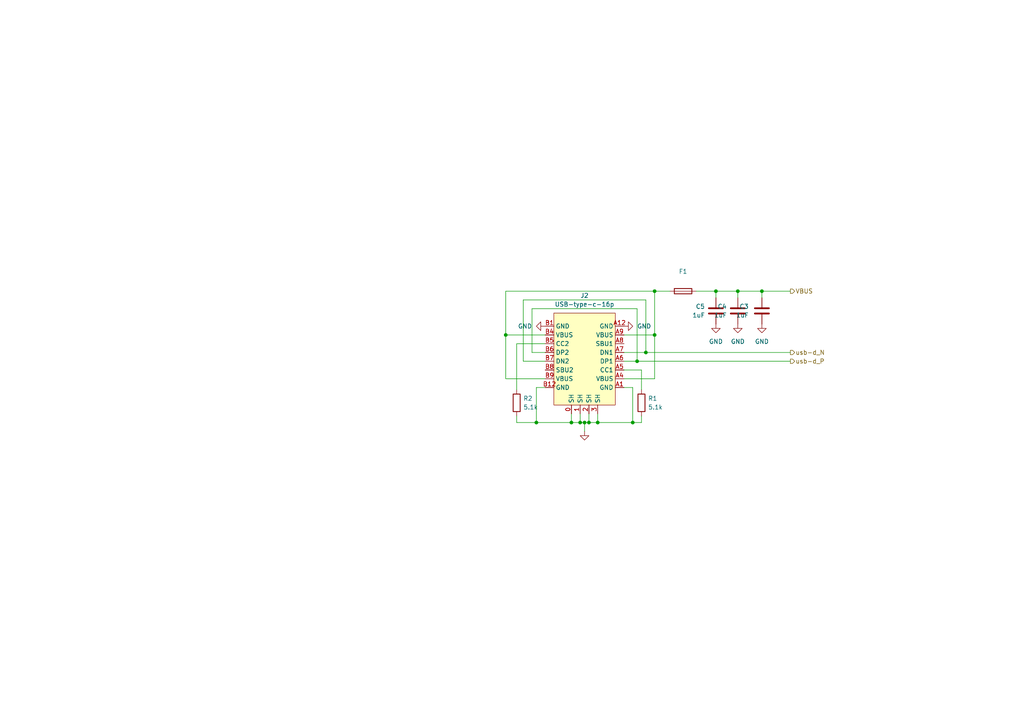
<source format=kicad_sch>
(kicad_sch (version 20230121) (generator eeschema)
  (paper "A4")
  (lib_symbols
    (symbol "Device:C" (pin_numbers hide) (pin_names (offset 0.254))
      (property "Reference" "C" (at 0.635 2.54 0))
      (property "Value" "C" (at 0.635 -2.54 0))
      (symbol "C_0_1"
        (polyline (pts (xy -2.032 -0.762) (xy 2.032 -0.762)) (stroke (width 0.508)))
        (polyline (pts (xy -2.032 0.762) (xy 2.032 0.762)) (stroke (width 0.508)))
      )
      (symbol "C_1_1"
        (pin passive line (at 0 3.81 270) (length 2.794) (name "~") (number "1"))
        (pin passive line (at 0 -3.81 90) (length 2.794) (name "~") (number "2"))
      )
    )
    (symbol "Device:Fuse" (pin_numbers hide) (pin_names (offset 0))
      (property "Reference" "F" (at 2.032 0 90))
      (property "Value" "Fuse" (at -1.905 0 90))
      (symbol "Fuse_0_1"
        (rectangle (start -0.762 -2.54) (end 0.762 2.54) (stroke (width 0.254)))
        (polyline (pts (xy 0 2.54) (xy 0 -2.54)))
      )
      (symbol "Fuse_1_1"
        (pin passive line (at 0 3.81 270) (length 1.27) (name "~") (number "1"))
        (pin passive line (at 0 -3.81 90) (length 1.27) (name "~") (number "2"))
      )
    )
    (symbol "Device:R" (pin_numbers hide) (pin_names (offset 0))
      (property "Reference" "R" (at 2.032 0 90))
      (property "Value" "R" (at 0 0 90))
      (symbol "R_0_1"
        (rectangle (start -1.016 -2.54) (end 1.016 2.54) (stroke (width 0.254)))
      )
      (symbol "R_1_1"
        (pin passive line (at 0 3.81 270) (length 1.27) (name "~") (number "1"))
        (pin passive line (at 0 -3.81 90) (length 1.27) (name "~") (number "2"))
      )
    )
    (symbol "Fan_socket_connector:USB-type-c-16p"
      (property "Reference" "J" (at -7.62 12.7 0))
      (property "Value" "USB-type-c-16p" (at 0 15.24 0))
      (symbol "USB-type-c-16p_0_0"
        (pin power_in line (at 11.43 -10.16 180) (length 2.54) (name "GND") (number "A1"))
        (pin power_in line (at 11.43 7.62 180) (length 2.54) (name "GND") (number "A12"))
        (pin power_in line (at 11.43 -7.62 180) (length 2.54) (name "VBUS") (number "A4"))
        (pin bidirectional line (at 11.43 -5.08 180) (length 2.54) (name "CC1") (number "A5"))
        (pin bidirectional line (at 11.43 -2.54 180) (length 2.54) (name "DP1") (number "A6"))
        (pin bidirectional line (at 11.43 0 180) (length 2.54) (name "DN1") (number "A7"))
        (pin bidirectional line (at 11.43 2.54 180) (length 2.54) (name "SBU1") (number "A8"))
        (pin power_in line (at 11.43 5.08 180) (length 2.54) (name "VBUS") (number "A9"))
        (pin power_in line (at -11.43 7.62 0) (length 2.54) (name "GND") (number "B1"))
        (pin power_in line (at -11.43 -10.16 0) (length 2.54) (name "GND") (number "B12"))
        (pin power_in line (at -11.43 5.08 0) (length 2.54) (name "VBUS") (number "B4"))
        (pin bidirectional line (at -11.43 2.54 0) (length 2.54) (name "CC2") (number "B5"))
        (pin bidirectional line (at -11.43 0 0) (length 2.54) (name "DP2") (number "B6"))
        (pin bidirectional line (at -11.43 -2.54 0) (length 2.54) (name "DN2") (number "B7"))
        (pin bidirectional line (at -11.43 -5.08 0) (length 2.54) (name "SBU2") (number "B8"))
        (pin power_in line (at -11.43 -7.62 0) (length 2.54) (name "VBUS") (number "B9"))
      )
      (symbol "USB-type-c-16p_1_1"
        (rectangle (start -8.89 11.43) (end 8.89 -15.24) (fill (type background)))
        (pin input line (at -3.81 -17.78 90) (length 2.54) (name "SH") (number "0"))
        (pin input line (at -1.27 -17.78 90) (length 2.54) (name "SH") (number "1"))
        (pin input line (at 1.27 -17.78 90) (length 2.54) (name "SH") (number "2"))
        (pin input line (at 3.81 -17.78 90) (length 2.54) (name "SH") (number "3"))
      )
    )
    (symbol "power:GND" (power) (pin_names (offset 0))
      (property "Value" "GND" (at 0 -3.81 0))
      (symbol "GND_0_1"
        (polyline (pts (xy 0 0) (xy 0 -1.27) (xy 1.27 -1.27) (xy 0 -2.54) (xy -1.27 -1.27) (xy 0 -1.27)))
      )
      (symbol "GND_1_1"
        (pin power_in line (at 0 0 270) (length 0) hide (name "GND") (number "1"))
      )
    )
  )
  (junction (at 220.98 84.455))
  (junction (at 183.515 122.555))
  (junction (at 146.685 97.155))
  (junction (at 213.995 84.455))
  (junction (at 170.815 122.555))
  (junction (at 173.355 122.555))
  (junction (at 189.865 84.455))
  (junction (at 165.735 122.555))
  (junction (at 168.275 122.555))
  (junction (at 207.645 84.455))
  (junction (at 187.325 102.235))
  (junction (at 169.545 122.555))
  (junction (at 184.785 104.775))
  (junction (at 189.865 97.155))
  (junction (at 155.575 122.555))
  (wire (pts (xy 213.995 84.455) (xy 207.645 84.455)))
  (wire (pts (xy 186.055 120.65) (xy 186.055 122.555)))
  (wire (pts (xy 165.735 122.555) (xy 168.275 122.555)))
  (wire (pts (xy 149.86 122.555) (xy 155.575 122.555)))
  (wire (pts (xy 149.86 99.695) (xy 149.86 113.03)))
  (wire (pts (xy 184.785 104.775) (xy 180.975 104.775)))
  (wire (pts (xy 180.975 97.155) (xy 189.865 97.155)))
  (wire (pts (xy 165.735 120.015) (xy 165.735 122.555)))
  (wire (pts (xy 220.98 84.455) (xy 229.235 84.455)))
  (wire (pts (xy 187.325 102.235) (xy 229.235 102.235)))
  (wire (pts (xy 170.815 122.555) (xy 173.355 122.555)))
  (wire (pts (xy 168.275 122.555) (xy 169.545 122.555)))
  (wire (pts (xy 158.115 112.395) (xy 155.575 112.395)))
  (wire (pts (xy 189.865 97.155) (xy 189.865 109.855)))
  (wire (pts (xy 189.865 84.455) (xy 189.865 97.155)))
  (wire (pts (xy 158.115 99.695) (xy 149.86 99.695)))
  (wire (pts (xy 151.765 86.995) (xy 187.325 86.995)))
  (wire (pts (xy 201.93 84.455) (xy 207.645 84.455)))
  (wire (pts (xy 146.685 84.455) (xy 189.865 84.455)))
  (wire (pts (xy 154.305 89.535) (xy 184.785 89.535)))
  (wire (pts (xy 155.575 112.395) (xy 155.575 122.555)))
  (wire (pts (xy 183.515 112.395) (xy 183.515 122.555)))
  (wire (pts (xy 189.865 84.455) (xy 194.31 84.455)))
  (wire (pts (xy 158.115 97.155) (xy 146.685 97.155)))
  (wire (pts (xy 187.325 86.995) (xy 187.325 102.235)))
  (wire (pts (xy 170.815 120.015) (xy 170.815 122.555)))
  (wire (pts (xy 146.685 84.455) (xy 146.685 97.155)))
  (wire (pts (xy 180.975 107.315) (xy 186.055 107.315)))
  (wire (pts (xy 184.785 104.775) (xy 229.235 104.775)))
  (wire (pts (xy 146.685 97.155) (xy 146.685 109.855)))
  (wire (pts (xy 151.765 104.775) (xy 151.765 86.995)))
  (wire (pts (xy 154.305 102.235) (xy 154.305 89.535)))
  (wire (pts (xy 149.86 120.65) (xy 149.86 122.555)))
  (wire (pts (xy 183.515 122.555) (xy 173.355 122.555)))
  (wire (pts (xy 186.055 107.315) (xy 186.055 113.03)))
  (wire (pts (xy 180.975 109.855) (xy 189.865 109.855)))
  (wire (pts (xy 184.785 89.535) (xy 184.785 104.775)))
  (wire (pts (xy 155.575 122.555) (xy 165.735 122.555)))
  (wire (pts (xy 220.98 84.455) (xy 220.98 86.36)))
  (wire (pts (xy 158.115 104.775) (xy 151.765 104.775)))
  (wire (pts (xy 168.275 120.015) (xy 168.275 122.555)))
  (wire (pts (xy 173.355 122.555) (xy 173.355 120.015)))
  (wire (pts (xy 187.325 102.235) (xy 180.975 102.235)))
  (wire (pts (xy 169.545 122.555) (xy 169.545 125.095)))
  (wire (pts (xy 207.645 84.455) (xy 207.645 86.36)))
  (wire (pts (xy 183.515 122.555) (xy 186.055 122.555)))
  (wire (pts (xy 158.115 109.855) (xy 146.685 109.855)))
  (wire (pts (xy 180.975 112.395) (xy 183.515 112.395)))
  (wire (pts (xy 158.115 102.235) (xy 154.305 102.235)))
  (wire (pts (xy 213.995 84.455) (xy 213.995 86.36)))
  (wire (pts (xy 213.995 84.455) (xy 220.98 84.455)))
  (wire (pts (xy 169.545 122.555) (xy 170.815 122.555)))
  (hierarchical_label "VBUS" (shape output) (at 229.235 84.455 0))
  (hierarchical_label "usb-d_N" (shape output) (at 229.235 102.235 0))
  (hierarchical_label "usb-d_P" (shape output) (at 229.235 104.775 0))
  (symbol (lib_id "Device:C") (at 213.995 90.17 0) (mirror y) (unit 1)
    (property "Reference" "C4" (at 210.82 88.9 0) (effects (justify left)))
    (property "Value" "1uF" (at 210.82 91.44 0) (effects (justify left)))
    (property "Footprint" "Capacitor_SMD:C_0402_1005Metric" (effects hide))
  )
  (symbol (lib_id "Device:R") (at 186.055 116.84 0) (unit 1)
    (property "Reference" "R1" (at 187.96 115.57 0) (effects (justify left)))
    (property "Value" "5.1k" (at 187.96 118.11 0) (effects (justify left)))
    (property "Footprint" "Resistor_SMD:R_0402_1005Metric" (effects hide))
  )
  (symbol (lib_id "power:GND") (at 213.995 93.98 0) (mirror y) (unit 1)
    (property "Reference" "#PWR020" (effects hide))
    (property "Value" "GND" (at 213.995 99.06 0))
    (instances (project "FreeBot_main_v1.1b" (path "" (reference "#PWR020") (unit 1)) (path "" (reference "#PWR010") (unit 1))))
  )
  (symbol (lib_id "power:GND") (at 158.115 94.615 270) (unit 1)
    (property "Reference" "#PWR021" (effects hide))
    (property "Value" "GND" (at 154.305 94.615 90) (effects (justify right)))
    (instances (project "FreeBot_main_v1.1b" (path "" (reference "#PWR021") (unit 1)) (path "" (reference "#PWR06") (unit 1))))
  )
  (symbol (lib_id "Device:C") (at 220.98 90.17 0) (mirror y) (unit 1)
    (property "Reference" "C3" (at 217.17 88.9 0) (effects (justify left)))
    (property "Value" "1uF" (at 217.17 91.44 0) (effects (justify left)))
    (property "Footprint" "Capacitor_SMD:C_0402_1005Metric" (effects hide))
  )
  (symbol (lib_id "power:GND") (at 220.98 93.98 0) (mirror y) (unit 1)
    (property "Reference" "#PWR020" (effects hide))
    (property "Value" "GND" (at 220.98 99.06 0))
    (instances (project "FreeBot_main_v1.1b" (path "" (reference "#PWR020") (unit 1)) (path "" (reference "#PWR09") (unit 1))))
  )
  (symbol (lib_id "Device:R") (at 149.86 116.84 0) (unit 1)
    (property "Reference" "R2" (at 151.765 115.57 0) (effects (justify left)))
    (property "Value" "5.1k" (at 151.765 118.11 0) (effects (justify left)))
    (property "Footprint" "Resistor_SMD:R_0402_1005Metric" (effects hide))
  )
  (symbol (lib_id "power:GND") (at 180.975 94.615 90) (unit 1)
    (property "Reference" "#PWR022" (effects hide))
    (property "Value" "GND" (at 184.785 94.615 90) (effects (justify right)))
    (instances (project "FreeBot_main_v1.1b" (path "" (reference "#PWR022") (unit 1)) (path "" (reference "#PWR08") (unit 1))))
  )
  (symbol (lib_id "Device:Fuse") (at 198.12 84.455 90) (unit 1)
    (property "Reference" "F1" (at 198.12 78.74 90))
    (property "Value" " S1206-F-6.0A" (effects hide))
    (property "Footprint" "Fuse:Fuse_0603_1608Metric" (effects hide))
  )
  (symbol (lib_id "power:GND") (at 207.645 93.98 0) (mirror y) (unit 1)
    (property "Reference" "#PWR020" (effects hide))
    (property "Value" "GND" (at 207.645 99.06 0))
    (instances (project "FreeBot_main_v1.1b" (path "" (reference "#PWR020") (unit 1)) (path "" (reference "#PWR011") (unit 1))))
  )
  (symbol (lib_id "power:GND") (at 169.545 125.095 0) (unit 1)
    (property "Reference" "#PWR020" (effects hide))
    (property "Value" "GND" (effects hide))
    (instances (project "FreeBot_main_v1.1b" (path "" (reference "#PWR020") (unit 1)) (path "" (reference "#PWR07") (unit 1))))
  )
  (symbol (lib_id "Fan_socket_connector:USB-type-c-16p") (at 169.545 102.235 0) (unit 1)
    (property "Reference" "J2" (at 169.545 85.725 0))
    (property "Value" "USB-type-c-16p" (at 169.545 88.265 0))
    (property "Footprint" "Fan-socket-connector:TYPE-C-31-M-12" (effects hide))
    (instances (project "FreeBot_main_v1.1b" (path "" (reference "J2") (unit 1)) (path "" (reference "J1") (unit 1))))
  )
  (symbol (lib_id "Device:C") (at 207.645 90.17 0) (mirror y) (unit 1)
    (property "Reference" "C5" (at 204.47 88.9 0) (effects (justify left)))
    (property "Value" "1uF" (at 204.47 91.44 0) (effects (justify left)))
    (property "Footprint" "Capacitor_SMD:C_0402_1005Metric" (effects hide))
  )
)
</source>
